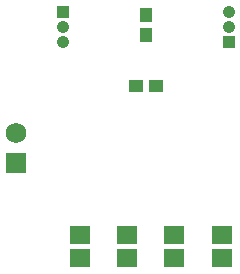
<source format=gts>
G04*
G04 #@! TF.GenerationSoftware,Altium Limited,Altium Designer,25.2.1 (25)*
G04*
G04 Layer_Color=8388736*
%FSLAX44Y44*%
%MOMM*%
G71*
G04*
G04 #@! TF.SameCoordinates,812CEA7C-EAD6-410B-90F9-CE58292C2D17*
G04*
G04*
G04 #@! TF.FilePolarity,Negative*
G04*
G01*
G75*
%ADD13R,1.2065X1.0582*%
%ADD14R,1.0582X1.2065*%
%ADD15R,1.7532X1.5532*%
%ADD16R,1.0500X1.0500*%
%ADD17C,1.0500*%
%ADD18C,1.7532*%
%ADD19R,1.7532X1.7532*%
D13*
X151741Y190000D02*
D03*
X168259D02*
D03*
D14*
X160000Y233483D02*
D03*
Y250000D02*
D03*
D15*
X224000Y63750D02*
D03*
Y44250D02*
D03*
X104000Y63750D02*
D03*
Y44250D02*
D03*
X144000Y63750D02*
D03*
Y44250D02*
D03*
X184000Y63750D02*
D03*
Y44250D02*
D03*
D16*
X90000Y252700D02*
D03*
X230000Y227300D02*
D03*
D17*
X90000Y240000D02*
D03*
Y227300D02*
D03*
X230000Y240000D02*
D03*
Y252700D02*
D03*
D18*
X50000Y150000D02*
D03*
D19*
Y124600D02*
D03*
M02*

</source>
